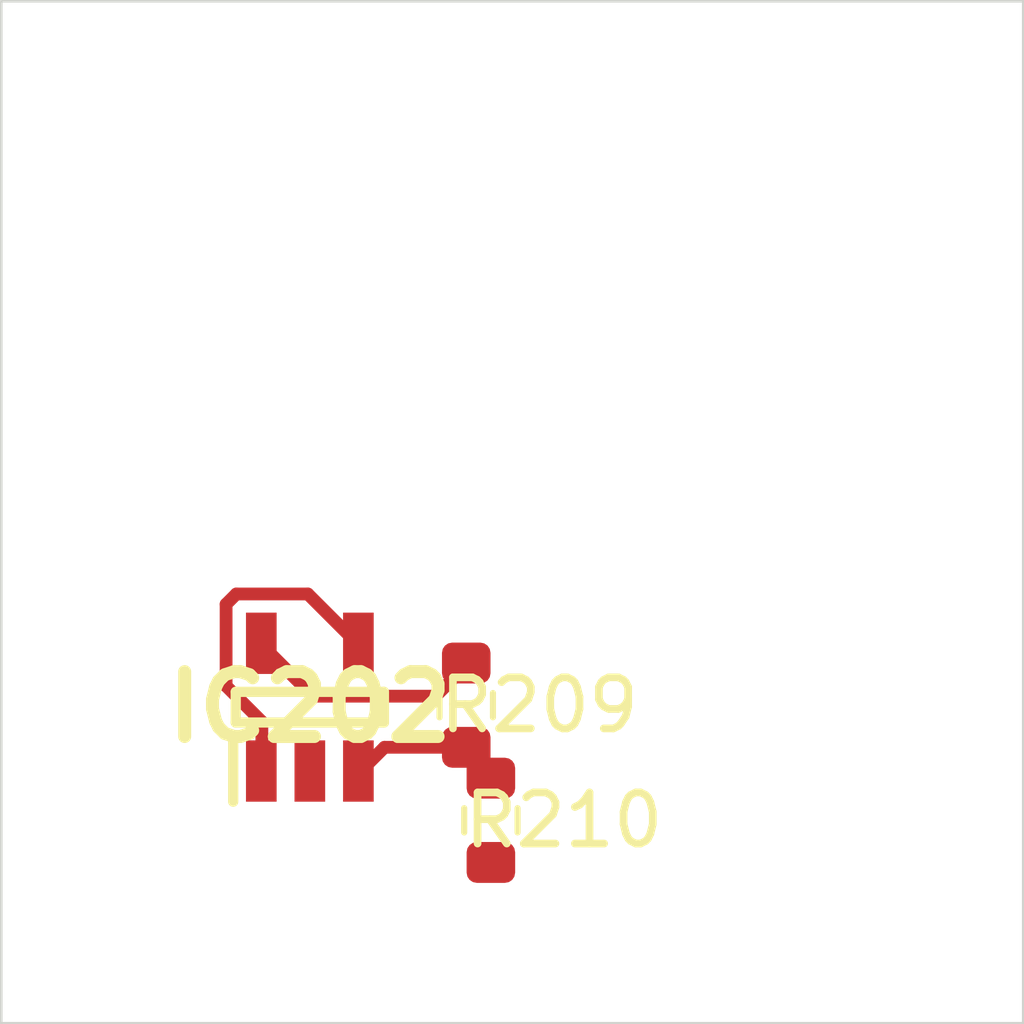
<source format=kicad_pcb>
 ( kicad_pcb  ( version 20171130 )
 ( host pcbnew 5.1.12-84ad8e8a86~92~ubuntu18.04.1 )
 ( general  ( thickness 1.6 )
 ( drawings 4 )
 ( tracks 0 )
 ( zones 0 )
 ( modules 3 )
 ( nets 5 )
)
 ( page A4 )
 ( layers  ( 0 F.Cu signal )
 ( 31 B.Cu signal )
 ( 32 B.Adhes user )
 ( 33 F.Adhes user )
 ( 34 B.Paste user )
 ( 35 F.Paste user )
 ( 36 B.SilkS user )
 ( 37 F.SilkS user )
 ( 38 B.Mask user )
 ( 39 F.Mask user )
 ( 40 Dwgs.User user )
 ( 41 Cmts.User user )
 ( 42 Eco1.User user )
 ( 43 Eco2.User user )
 ( 44 Edge.Cuts user )
 ( 45 Margin user )
 ( 46 B.CrtYd user )
 ( 47 F.CrtYd user )
 ( 48 B.Fab user )
 ( 49 F.Fab user )
)
 ( setup  ( last_trace_width 0.25 )
 ( trace_clearance 0.2 )
 ( zone_clearance 0.508 )
 ( zone_45_only no )
 ( trace_min 0.2 )
 ( via_size 0.8 )
 ( via_drill 0.4 )
 ( via_min_size 0.4 )
 ( via_min_drill 0.3 )
 ( uvia_size 0.3 )
 ( uvia_drill 0.1 )
 ( uvias_allowed no )
 ( uvia_min_size 0.2 )
 ( uvia_min_drill 0.1 )
 ( edge_width 0.05 )
 ( segment_width 0.2 )
 ( pcb_text_width 0.3 )
 ( pcb_text_size 1.5 1.5 )
 ( mod_edge_width 0.12 )
 ( mod_text_size 1 1 )
 ( mod_text_width 0.15 )
 ( pad_size 1.524 1.524 )
 ( pad_drill 0.762 )
 ( pad_to_mask_clearance 0 )
 ( aux_axis_origin 0 0 )
 ( visible_elements FFFFFF7F )
 ( pcbplotparams  ( layerselection 0x010fc_ffffffff )
 ( usegerberextensions false )
 ( usegerberattributes true )
 ( usegerberadvancedattributes true )
 ( creategerberjobfile true )
 ( excludeedgelayer true )
 ( linewidth 0.100000 )
 ( plotframeref false )
 ( viasonmask false )
 ( mode 1 )
 ( useauxorigin false )
 ( hpglpennumber 1 )
 ( hpglpenspeed 20 )
 ( hpglpendiameter 15.000000 )
 ( psnegative false )
 ( psa4output false )
 ( plotreference true )
 ( plotvalue true )
 ( plotinvisibletext false )
 ( padsonsilk false )
 ( subtractmaskfromsilk false )
 ( outputformat 1 )
 ( mirror false )
 ( drillshape 1 )
 ( scaleselection 1 )
 ( outputdirectory "" )
)
)
 ( net 0 "" )
 ( net 1 GND )
 ( net 2 VDDA )
 ( net 3 /Sheet6235D886/vp )
 ( net 4 "Net-(IC202-Pad3)" )
 ( net_class Default "This is the default net class."  ( clearance 0.2 )
 ( trace_width 0.25 )
 ( via_dia 0.8 )
 ( via_drill 0.4 )
 ( uvia_dia 0.3 )
 ( uvia_drill 0.1 )
 ( add_net /Sheet6235D886/vp )
 ( add_net GND )
 ( add_net "Net-(IC202-Pad3)" )
 ( add_net VDDA )
)
 ( module SOT95P280X145-5N locked  ( layer F.Cu )
 ( tedit 62336ED7 )
 ( tstamp 623423ED )
 ( at 86.038900 113.815000 90.000000 )
 ( descr DBV0005A )
 ( tags "Integrated Circuit" )
 ( path /6235D887/6266C08E )
 ( attr smd )
 ( fp_text reference IC202  ( at 0 0 )
 ( layer F.SilkS )
 ( effects  ( font  ( size 1.27 1.27 )
 ( thickness 0.254 )
)
)
)
 ( fp_text value TL071HIDBVR  ( at 0 0 )
 ( layer F.SilkS )
hide  ( effects  ( font  ( size 1.27 1.27 )
 ( thickness 0.254 )
)
)
)
 ( fp_line  ( start -1.85 -1.5 )
 ( end -0.65 -1.5 )
 ( layer F.SilkS )
 ( width 0.2 )
)
 ( fp_line  ( start -0.3 1.45 )
 ( end -0.3 -1.45 )
 ( layer F.SilkS )
 ( width 0.2 )
)
 ( fp_line  ( start 0.3 1.45 )
 ( end -0.3 1.45 )
 ( layer F.SilkS )
 ( width 0.2 )
)
 ( fp_line  ( start 0.3 -1.45 )
 ( end 0.3 1.45 )
 ( layer F.SilkS )
 ( width 0.2 )
)
 ( fp_line  ( start -0.3 -1.45 )
 ( end 0.3 -1.45 )
 ( layer F.SilkS )
 ( width 0.2 )
)
 ( fp_line  ( start -0.8 -0.5 )
 ( end 0.15 -1.45 )
 ( layer Dwgs.User )
 ( width 0.1 )
)
 ( fp_line  ( start -0.8 1.45 )
 ( end -0.8 -1.45 )
 ( layer Dwgs.User )
 ( width 0.1 )
)
 ( fp_line  ( start 0.8 1.45 )
 ( end -0.8 1.45 )
 ( layer Dwgs.User )
 ( width 0.1 )
)
 ( fp_line  ( start 0.8 -1.45 )
 ( end 0.8 1.45 )
 ( layer Dwgs.User )
 ( width 0.1 )
)
 ( fp_line  ( start -0.8 -1.45 )
 ( end 0.8 -1.45 )
 ( layer Dwgs.User )
 ( width 0.1 )
)
 ( fp_line  ( start -2.1 1.775 )
 ( end -2.1 -1.775 )
 ( layer Dwgs.User )
 ( width 0.05 )
)
 ( fp_line  ( start 2.1 1.775 )
 ( end -2.1 1.775 )
 ( layer Dwgs.User )
 ( width 0.05 )
)
 ( fp_line  ( start 2.1 -1.775 )
 ( end 2.1 1.775 )
 ( layer Dwgs.User )
 ( width 0.05 )
)
 ( fp_line  ( start -2.1 -1.775 )
 ( end 2.1 -1.775 )
 ( layer Dwgs.User )
 ( width 0.05 )
)
 ( pad 1 smd rect  ( at -1.25 -0.95 180.000000 )
 ( size 0.6 1.2 )
 ( layers F.Cu F.Mask F.Paste )
 ( net 3 /Sheet6235D886/vp )
)
 ( pad 2 smd rect  ( at -1.25 0 180.000000 )
 ( size 0.6 1.2 )
 ( layers F.Cu F.Mask F.Paste )
 ( net 1 GND )
)
 ( pad 3 smd rect  ( at -1.25 0.95 180.000000 )
 ( size 0.6 1.2 )
 ( layers F.Cu F.Mask F.Paste )
 ( net 4 "Net-(IC202-Pad3)" )
)
 ( pad 4 smd rect  ( at 1.25 0.95 180.000000 )
 ( size 0.6 1.2 )
 ( layers F.Cu F.Mask F.Paste )
 ( net 3 /Sheet6235D886/vp )
)
 ( pad 5 smd rect  ( at 1.25 -0.95 180.000000 )
 ( size 0.6 1.2 )
 ( layers F.Cu F.Mask F.Paste )
 ( net 2 VDDA )
)
)
 ( module Resistor_SMD:R_0603_1608Metric  ( layer F.Cu )
 ( tedit 5F68FEEE )
 ( tstamp 62342595 )
 ( at 89.099900 113.776000 270.000000 )
 ( descr "Resistor SMD 0603 (1608 Metric), square (rectangular) end terminal, IPC_7351 nominal, (Body size source: IPC-SM-782 page 72, https://www.pcb-3d.com/wordpress/wp-content/uploads/ipc-sm-782a_amendment_1_and_2.pdf), generated with kicad-footprint-generator" )
 ( tags resistor )
 ( path /6235D887/623CDBD9 )
 ( attr smd )
 ( fp_text reference R209  ( at 0 -1.43 )
 ( layer F.SilkS )
 ( effects  ( font  ( size 1 1 )
 ( thickness 0.15 )
)
)
)
 ( fp_text value 100k  ( at 0 1.43 )
 ( layer F.Fab )
 ( effects  ( font  ( size 1 1 )
 ( thickness 0.15 )
)
)
)
 ( fp_line  ( start -0.8 0.4125 )
 ( end -0.8 -0.4125 )
 ( layer F.Fab )
 ( width 0.1 )
)
 ( fp_line  ( start -0.8 -0.4125 )
 ( end 0.8 -0.4125 )
 ( layer F.Fab )
 ( width 0.1 )
)
 ( fp_line  ( start 0.8 -0.4125 )
 ( end 0.8 0.4125 )
 ( layer F.Fab )
 ( width 0.1 )
)
 ( fp_line  ( start 0.8 0.4125 )
 ( end -0.8 0.4125 )
 ( layer F.Fab )
 ( width 0.1 )
)
 ( fp_line  ( start -0.237258 -0.5225 )
 ( end 0.237258 -0.5225 )
 ( layer F.SilkS )
 ( width 0.12 )
)
 ( fp_line  ( start -0.237258 0.5225 )
 ( end 0.237258 0.5225 )
 ( layer F.SilkS )
 ( width 0.12 )
)
 ( fp_line  ( start -1.48 0.73 )
 ( end -1.48 -0.73 )
 ( layer F.CrtYd )
 ( width 0.05 )
)
 ( fp_line  ( start -1.48 -0.73 )
 ( end 1.48 -0.73 )
 ( layer F.CrtYd )
 ( width 0.05 )
)
 ( fp_line  ( start 1.48 -0.73 )
 ( end 1.48 0.73 )
 ( layer F.CrtYd )
 ( width 0.05 )
)
 ( fp_line  ( start 1.48 0.73 )
 ( end -1.48 0.73 )
 ( layer F.CrtYd )
 ( width 0.05 )
)
 ( fp_text user %R  ( at 0 0 )
 ( layer F.Fab )
 ( effects  ( font  ( size 0.4 0.4 )
 ( thickness 0.06 )
)
)
)
 ( pad 1 smd roundrect  ( at -0.825 0 270.000000 )
 ( size 0.8 0.95 )
 ( layers F.Cu F.Mask F.Paste )
 ( roundrect_rratio 0.25 )
 ( net 2 VDDA )
)
 ( pad 2 smd roundrect  ( at 0.825 0 270.000000 )
 ( size 0.8 0.95 )
 ( layers F.Cu F.Mask F.Paste )
 ( roundrect_rratio 0.25 )
 ( net 4 "Net-(IC202-Pad3)" )
)
 ( model ${KISYS3DMOD}/Resistor_SMD.3dshapes/R_0603_1608Metric.wrl  ( at  ( xyz 0 0 0 )
)
 ( scale  ( xyz 1 1 1 )
)
 ( rotate  ( xyz 0 0 0 )
)
)
)
 ( module Resistor_SMD:R_0603_1608Metric  ( layer F.Cu )
 ( tedit 5F68FEEE )
 ( tstamp 623425A6 )
 ( at 89.582100 116.029000 270.000000 )
 ( descr "Resistor SMD 0603 (1608 Metric), square (rectangular) end terminal, IPC_7351 nominal, (Body size source: IPC-SM-782 page 72, https://www.pcb-3d.com/wordpress/wp-content/uploads/ipc-sm-782a_amendment_1_and_2.pdf), generated with kicad-footprint-generator" )
 ( tags resistor )
 ( path /6235D887/623CDBDF )
 ( attr smd )
 ( fp_text reference R210  ( at 0 -1.43 )
 ( layer F.SilkS )
 ( effects  ( font  ( size 1 1 )
 ( thickness 0.15 )
)
)
)
 ( fp_text value 100k  ( at 0 1.43 )
 ( layer F.Fab )
 ( effects  ( font  ( size 1 1 )
 ( thickness 0.15 )
)
)
)
 ( fp_line  ( start 1.48 0.73 )
 ( end -1.48 0.73 )
 ( layer F.CrtYd )
 ( width 0.05 )
)
 ( fp_line  ( start 1.48 -0.73 )
 ( end 1.48 0.73 )
 ( layer F.CrtYd )
 ( width 0.05 )
)
 ( fp_line  ( start -1.48 -0.73 )
 ( end 1.48 -0.73 )
 ( layer F.CrtYd )
 ( width 0.05 )
)
 ( fp_line  ( start -1.48 0.73 )
 ( end -1.48 -0.73 )
 ( layer F.CrtYd )
 ( width 0.05 )
)
 ( fp_line  ( start -0.237258 0.5225 )
 ( end 0.237258 0.5225 )
 ( layer F.SilkS )
 ( width 0.12 )
)
 ( fp_line  ( start -0.237258 -0.5225 )
 ( end 0.237258 -0.5225 )
 ( layer F.SilkS )
 ( width 0.12 )
)
 ( fp_line  ( start 0.8 0.4125 )
 ( end -0.8 0.4125 )
 ( layer F.Fab )
 ( width 0.1 )
)
 ( fp_line  ( start 0.8 -0.4125 )
 ( end 0.8 0.4125 )
 ( layer F.Fab )
 ( width 0.1 )
)
 ( fp_line  ( start -0.8 -0.4125 )
 ( end 0.8 -0.4125 )
 ( layer F.Fab )
 ( width 0.1 )
)
 ( fp_line  ( start -0.8 0.4125 )
 ( end -0.8 -0.4125 )
 ( layer F.Fab )
 ( width 0.1 )
)
 ( fp_text user %R  ( at 0 0 )
 ( layer F.Fab )
 ( effects  ( font  ( size 0.4 0.4 )
 ( thickness 0.06 )
)
)
)
 ( pad 2 smd roundrect  ( at 0.825 0 270.000000 )
 ( size 0.8 0.95 )
 ( layers F.Cu F.Mask F.Paste )
 ( roundrect_rratio 0.25 )
 ( net 1 GND )
)
 ( pad 1 smd roundrect  ( at -0.825 0 270.000000 )
 ( size 0.8 0.95 )
 ( layers F.Cu F.Mask F.Paste )
 ( roundrect_rratio 0.25 )
 ( net 4 "Net-(IC202-Pad3)" )
)
 ( model ${KISYS3DMOD}/Resistor_SMD.3dshapes/R_0603_1608Metric.wrl  ( at  ( xyz 0 0 0 )
)
 ( scale  ( xyz 1 1 1 )
)
 ( rotate  ( xyz 0 0 0 )
)
)
)
 ( gr_line  ( start 100 100 )
 ( end 100 120 )
 ( layer Edge.Cuts )
 ( width 0.05 )
 ( tstamp 62E770C4 )
)
 ( gr_line  ( start 80 120 )
 ( end 100 120 )
 ( layer Edge.Cuts )
 ( width 0.05 )
 ( tstamp 62E770C0 )
)
 ( gr_line  ( start 80 100 )
 ( end 100 100 )
 ( layer Edge.Cuts )
 ( width 0.05 )
 ( tstamp 6234110C )
)
 ( gr_line  ( start 80 100 )
 ( end 80 120 )
 ( layer Edge.Cuts )
 ( width 0.05 )
)
 ( segment  ( start 89.100001 113.000002 )
 ( end 88.500001 113.600002 )
 ( width 0.250000 )
 ( layer F.Cu )
 ( net 2 )
)
 ( segment  ( start 88.500001 113.600002 )
 ( end 86.100001 113.600002 )
 ( width 0.250000 )
 ( layer F.Cu )
 ( net 2 )
)
 ( segment  ( start 86.100001 113.600002 )
 ( end 85.100001 112.600002 )
 ( width 0.250000 )
 ( layer F.Cu )
 ( net 2 )
)
 ( segment  ( start 87.000001 112.600002 )
 ( end 86.000001 111.600002 )
 ( width 0.250000 )
 ( layer F.Cu )
 ( net 3 )
)
 ( segment  ( start 86.000001 111.600002 )
 ( end 84.600001 111.600002 )
 ( width 0.250000 )
 ( layer F.Cu )
 ( net 3 )
)
 ( segment  ( start 84.600001 111.600002 )
 ( end 84.400001 111.800002 )
 ( width 0.250000 )
 ( layer F.Cu )
 ( net 3 )
)
 ( segment  ( start 84.400001 111.800002 )
 ( end 84.400001 113.400002 )
 ( width 0.250000 )
 ( layer F.Cu )
 ( net 3 )
)
 ( segment  ( start 84.400001 113.400002 )
 ( end 85.100001 114.100002 )
 ( width 0.250000 )
 ( layer F.Cu )
 ( net 3 )
)
 ( segment  ( start 85.100001 114.100002 )
 ( end 85.100001 115.100002 )
 ( width 0.250000 )
 ( layer F.Cu )
 ( net 3 )
)
 ( segment  ( start 89.100001 114.600002 )
 ( end 87.500001 114.600002 )
 ( width 0.250000 )
 ( layer F.Cu )
 ( net 4 )
)
 ( segment  ( start 87.500001 114.600002 )
 ( end 87.000001 115.100002 )
 ( width 0.250000 )
 ( layer F.Cu )
 ( net 4 )
)
 ( segment  ( start 89.600001 115.200002 )
 ( end 89.600001 115.100002 )
 ( width 0.250000 )
 ( layer F.Cu )
 ( net 4 )
)
 ( segment  ( start 89.600001 115.100002 )
 ( end 89.100001 114.600002 )
 ( width 0.250000 )
 ( layer F.Cu )
 ( net 4 )
)
)

</source>
